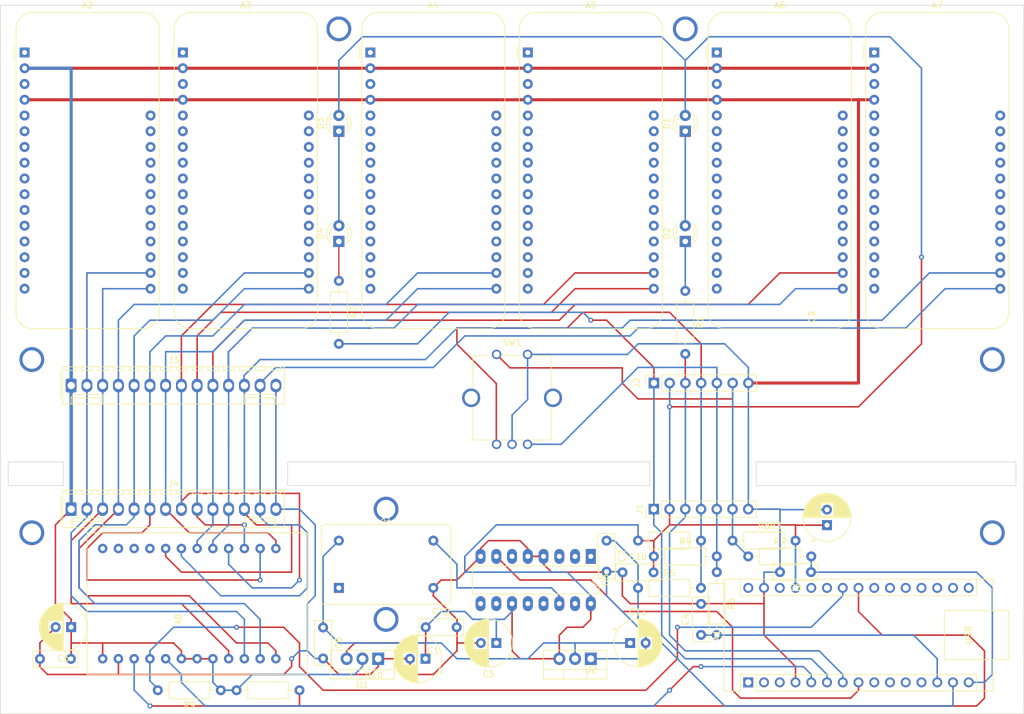
<source format=kicad_pcb>
(kicad_pcb (version 20211014) (generator pcbnew)
  (layers (0 "F.Cu" signal) (31 "B.Cu" signal) (34 "B.Paste" user) (35 "F.Paste" user) (36 "B.SilkS" user "B.Silkscreen") (37 "F.SilkS" user "F.Silkscreen") (38 "B.Mask" user) (39 "F.Mask" user) (44 "Edge.Cuts" user))
  (net 0 "")
  (net 4 "Net-(A1-Pad29)")
  (net 5 "Net-(A1-Pad5)")
  (net 6 "Net-(A1-Pad6)")
  (net 7 "Net-(A1-Pad7)")
  (net 8 "Net-(A1-Pad8)")
  (net 13 "Net-(A1-Pad13)")
  (net 14 "Net-(A1-Pad14)")
  (net 15 "Net-(A1-Pad15)")
  (net 23 "Net-(A1-Pad23)")
  (net 24 "Net-(A1-Pad24)")
  (net 27 "Net-(A1-Pad27)")
  (net 31 "Net-(A2-Pad2)")
  (net 45 "Net-(A2-Pad17)")
  (net 46 "Net-(A2-Pad18)")
  (net 177 "Net-(A3-Pad17)")
  (net 178 "Net-(D1-Pad1)")
  (net 179 "Net-(D2-Pad1)")
  (net 180 "Net-(D3-Pad1)")
  (net 181 "Net-(D4-Pad1)")
  (net 182 "Net-(A4-Pad17)")
  (net 183 "Net-(A4-Pad18)")
  (net 184 "Net-(A5-Pad17)")
  (net 193 "Net-(U3-Pad14)")
  (net 200 "Net-(A5-Pad18)")
  (net 201 "Net-(A6-Pad17)")
  (net 202 "Net-(A6-Pad18)")
  (net 203 "Net-(A7-Pad17)")
  (net 204 "Net-(A7-Pad18)")
  (net 205 "Net-(C11-Pad1)")
  (net 206 "Net-(J1-Pad4)")
  (net 207 "Net-(J1-Pad5)")
  (net 208 "Net-(J1-Pad6)")
  (net 209 "Net-(A8-Pad12)")
  (footprint "Capacitor_THT:C_Rect_L7.0mm_W2.5mm_P5.00mm" (layer "F.Cu") (at 142.24 129.5 90)
    (fp_text reference "C4")
    (fp_text value "100n")
  )
  (footprint "Resistor_THT:R_Axial_DIN0207_L6.3mm_D2.5mm_P10.16mm_Horizontal" (layer "F.Cu") (at 132.08 114.3)
    (fp_text reference "R3")
    (fp_text value "10k")
  )
  (footprint "Connector_Molex:Molex_KK-254_AE-6410-14A_1x14_P2.54mm_Vertical" (layer "F.Cu") (at 40.64 89.28)
    (fp_text reference "J3")
    (fp_text value "Conn_01x14_Female")
  )
  (footprint "Capacitor_THT:CP_Radial_D7.5mm_P2.50mm" (layer "F.Cu") (at 97.79 133.35 180)
    (fp_text reference "C1")
    (fp_text value "100u")
  )
  (footprint "Oscillator:Oscillator_DIP-14" (layer "F.Cu") (at 83.82 121.92)
    (fp_text reference "X1")
    (fp_text value "OCXO-14")
  )
  (footprint "Package_TO_SOT_THT:TO-220-3_Vertical" (layer "F.Cu") (at 90.17 133.35 180)
    (fp_text reference "U1")
    (fp_text value "LD1117V33C")
  )
  (footprint "Capacitor_THT:C_Rect_L7.0mm_W2.5mm_P5.00mm" (layer "F.Cu") (at 159.98 119.38 180)
    (fp_text reference "C3")
    (fp_text value "100n")
  )
  (footprint "Package_TO_SOT_THT:TO-220-3_Vertical" (layer "F.Cu") (at 124.46 133.35 180)
    (fp_text reference "U2")
    (fp_text value "LD1117V33C")
  )
  (footprint "LED_THT:LED_D3.0mm" (layer "F.Cu") (at 139.701808 48.26 90)
    (fp_text reference "D1")
    (fp_text value "LED")
  )
  (footprint "LED_THT:LED_D3.0mm" (layer "F.Cu") (at 139.7 66.04 90)
    (fp_text reference "D2")
    (fp_text value "LED")
  )
  (footprint "Package_DIP:DIP-16_W7.62mm_LongPads" (layer "F.Cu") (at 124.46 116.84 -90)
    (fp_text reference "U3")
    (fp_text value "74HC191")
  )
  (footprint "Connector_PinSocket_2.54mm:PinSocket_1x07_P2.54mm_Vertical" (layer "F.Cu") (at 134.64 88.875 90)
    (fp_text reference "J2")
    (fp_text value "Conn_01x07_Male")
  )
  (footprint "Resistor_THT:R_Axial_DIN0207_L6.3mm_D2.5mm_P10.16mm_Horizontal" (layer "F.Cu") (at 67.31 138.43)
    (fp_text reference "R10")
    (fp_text value "10k")
  )
  (footprint "Capacitor_THT:CP_Radial_D7.5mm_P2.50mm" (layer "F.Cu") (at 109.22 130.81 180)
    (fp_text reference "C5")
    (fp_text value "100u")
  )
  (footprint "Capacitor_THT:CP_Radial_D7.5mm_P2.50mm" (layer "F.Cu") (at 40.64 128.25 180)
    (fp_text reference "C6")
    (fp_text value "100u")
  )
  (footprint "LED_THT:LED_D3.0mm" (layer "F.Cu") (at 83.82 48.26 90)
    (fp_text reference "D3")
    (fp_text value "LED")
  )
  (footprint "Resistor_THT:R_Axial_DIN0207_L6.3mm_D2.5mm_P10.16mm_Horizontal" (layer "F.Cu") (at 64.77 138.43 180)
    (fp_text reference "R9")
    (fp_text value "10k")
  )
  (footprint "Resistor_THT:R_Axial_DIN0207_L6.3mm_D2.5mm_P10.16mm_Horizontal" (layer "F.Cu") (at 149.86 116.84)
    (fp_text reference "R7")
    (fp_text value "10k")
  )
  (footprint "Resistor_THT:R_Axial_DIN0207_L6.3mm_D2.5mm_P10.16mm_Horizontal" (layer "F.Cu") (at 147.32 114.3)
    (fp_text reference "R8")
    (fp_text value "10k")
  )
  (footprint "Rotary_Encoder:RotaryEncoder_Bourns_Vertical_PEC12R-3xxxF-Sxxxx" (layer "F.Cu") (at 109.26 98.76 90)
    (fp_text reference "SW1")
    (fp_text value "RotaryEncoder_Switch")
  )
  (footprint "Resistor_THT:R_Axial_DIN0207_L6.3mm_D2.5mm_P10.16mm_Horizontal" (layer "F.Cu") (at 139.7 74.015 -90)
    (fp_text reference "R1")
    (fp_text value "470R")
  )
  (footprint "Module:Adafruit_Feather" (layer "F.Cu") (at 144.78 35.56)
    (fp_text reference "A6")
    (fp_text value "Adafruit_Feather_Generic")
  )
  (footprint "Resistor_THT:R_Axial_DIN0207_L6.3mm_D2.5mm_P10.16mm_Horizontal" (layer "F.Cu") (at 144.78 119.38 -90)
    (fp_text reference "R6")
    (fp_text value "10k")
  )
  (footprint "Module:Adafruit_Feather" (layer "F.Cu") (at 170.18 35.56)
    (fp_text reference "A7")
    (fp_text value "Adafruit_Feather_Generic")
  )
  (footprint "Resistor_THT:R_Axial_DIN0207_L6.3mm_D2.5mm_P10.16mm_Horizontal" (layer "F.Cu") (at 83.82 72.39 -90)
    (fp_text reference "R2")
    (fp_text value "470R")
  )
  (footprint "Module:Arduino_Nano" (layer "F.Cu") (at 149.86 137.16 90)
    (fp_text reference "A1")
    (fp_text value "Arduino_Nano_v2.x")
  )
  (footprint "Module:Adafruit_Feather" (layer "F.Cu") (at 114.3 35.56)
    (fp_text reference "A5")
    (fp_text value "Adafruit_Feather_Generic")
  )
  (footprint "Capacitor_THT:C_Rect_L7.0mm_W2.5mm_P5.00mm" (layer "F.Cu") (at 35.6 133.37)
    (fp_text reference "C7")
    (fp_text value "100n")
  )
  (footprint "Capacitor_THT:C_Rect_L7.0mm_W2.5mm_P5.00mm" (layer "F.Cu") (at 129.58 119.42)
    (fp_text reference "C10")
    (fp_text value "100n")
  )
  (footprint "Connector_Molex:Molex_KK-254_AE-6410-14A_1x14_P2.54mm_Vertical" (layer "F.Cu") (at 40.64 109.22)
    (fp_text reference "J4")
    (fp_text value "Conn_01x14_Male")
  )
  (footprint "Resistor_THT:R_Axial_DIN0207_L6.3mm_D2.5mm_P10.16mm_Horizontal" (layer "F.Cu") (at 134.62 116.84)
    (fp_text reference "R4")
    (fp_text value "10k")
  )
  (footprint "Module:Adafruit_Feather" (layer "F.Cu") (at 33.1275 35.56)
    (fp_text reference "A2")
    (fp_text value "Adafruit_Feather_Generic")
  )
  (footprint "Connector_PinHeader_2.54mm:PinHeader_1x07_P2.54mm_Vertical" (layer "F.Cu") (at 134.62 109.22 90)
    (fp_text reference "J1")
    (fp_text value "Conn_01x07_Female")
  )
  (footprint "Capacitor_THT:C_Rect_L7.0mm_W2.5mm_P5.00mm" (layer "F.Cu") (at 127 114.3 -90)
    (fp_text reference "C2")
    (fp_text value "100n")
  )
  (footprint "LED_THT:LED_D3.0mm" (layer "F.Cu") (at 83.82 66.04 90)
    (fp_text reference "D4")
    (fp_text value "LED")
  )
  (footprint "Module:Adafruit_Feather" (layer "F.Cu") (at 88.9 35.56)
    (fp_text reference "A4")
    (fp_text value "Adafruit_Feather_Generic")
  )
  (footprint "OCXO_Clock:9548_Module" (layer "F.Cu") (at 58.42 123.19 90)
    (fp_text reference "A8")
    (fp_text value "9548_Module")
  )
  (footprint "Resistor_THT:R_Axial_DIN0207_L6.3mm_D2.5mm_P10.16mm_Horizontal" (layer "F.Cu") (at 132.08 121.92)
    (fp_text reference "R5")
    (fp_text value "10k")
  )
  (footprint "Capacitor_THT:C_Rect_L7.0mm_W2.5mm_P5.00mm" (layer "F.Cu") (at 97.83 128.27)
    (fp_text reference "C12")
    (fp_text value "100n")
  )
  (footprint "Capacitor_THT:CP_Radial_D7.5mm_P2.50mm" (layer "F.Cu") (at 130.81 130.81)
    (fp_text reference "C11")
    (fp_text value "100u")
  )
  (footprint "Module:Adafruit_Feather" (layer "F.Cu") (at 58.6545 35.56)
    (fp_text reference "A3")
    (fp_text value "Adafruit_Feather_Generic")
  )
  (footprint "Capacitor_THT:CP_Radial_D7.5mm_P2.50mm" (layer "F.Cu") (at 162.56 111.8 90)
    (fp_text reference "C9")
    (fp_text value "100u")
  )
  (footprint "Capacitor_THT:C_Rect_L7.0mm_W2.5mm_P5.00mm" (layer "F.Cu") (at 81.28 128.31 -90)
    (fp_text reference "C8")
    (fp_text value "100n")
  )
  (gr_line (start 83.82 72.39) (end 83.82 66.04) (layer "F.Cu") (width 0.2))
  (gr_rect (start 75.565 101.6) (end 133.985 105.41) (layer "Edge.Cuts") (width 0.1) (fill none))
  (gr_rect (start 29.21 27.94) (end 194.31 142.24) (layer "Edge.Cuts") (width 0.1) (fill none))
  (gr_rect (start 151.13 101.6) (end 193.04 105.41) (layer "Edge.Cuts") (width 0.1) (fill none))
  (gr_rect (start 30.48 101.6) (end 39.37 105.41) (layer "Edge.Cuts") (width 0.1) (fill none))
  (via (at 34.29 85.09) (size 4) (drill 3) (layers "F.Cu" "B.Cu") (net 0))
  (via (at 83.82 31.75) (size 4) (drill 3) (layers "F.Cu" "B.Cu") (net 0))
  (via (at 91.44 127) (size 4) (drill 3) (layers "F.Cu" "B.Cu") (net 0))
  (via (at 139.7 31.75) (size 4) (drill 3) (layers "F.Cu" "B.Cu") (net 0))
  (via (at 34.29 113.03) (size 4) (drill 3) (layers "F.Cu" "B.Cu") (net 0))
  (via (at 91.44 109.22) (size 4) (drill 3) (layers "F.Cu" "B.Cu") (net 0))
  (via (at 189.23 85.09) (size 4) (drill 3) (layers "F.Cu" "B.Cu") (net 0))
  (via (at 189.23 113.03) (size 4) (drill 3) (layers "F.Cu" "B.Cu") (net 0))
  (segment (start 167.615 88.875) (end 167.64 88.9) (width 0.25) (layer "F.Cu") (net 4))
  (segment (start 73.65 135.89) (end 74.93 135.89) (width 0.25) (layer "F.Cu") (net 4))
  (segment (start 152.4 129.54) (end 157.48 134.62) (width 0.25) (layer "F.Cu") (net 4))
  (segment (start 88.9 135.89) (end 90.17 134.62) (width 0.25) (layer "F.Cu") (net 4))
  (segment (start 35.6 134.58) (end 35.56 134.62) (width 0.25) (layer "F.Cu") (net 4))
  (segment (start 99.06 135.89) (end 96.52 135.89) (width 0.25) (layer "F.Cu") (net 4))
  (segment (start 83.82 135.89) (end 88.9 135.89) (width 0.25) (layer "F.Cu") (net 4))
  (segment (start 116.84 118.11) (end 116.84 116.84) (width 0.25) (layer "F.Cu") (net 4))
  (segment (start 167.64 43.18) (end 170.18 43.18) (width 0.5) (layer "F.Cu") (net 4))
  (segment (start 114.3 43.18) (end 144.78 43.18) (width 0.5) (layer "F.Cu") (net 4))
  (segment (start 76.2 134.62) (end 76.2 133.35) (width 0.25) (layer "F.Cu") (net 4))
  (segment (start 126.92 119.38) (end 118.11 119.38) (width 0.25) (layer "F.Cu") (net 4))
  (segment (start 127 119.3) (end 129.46 119.3) (width 0.25) (layer "F.Cu") (net 4))
  (segment (start 102.89 127.02) (end 99.06 123.19) (width 0.25) (layer "F.Cu") (net 4))
  (segment (start 35.6 130.79) (end 35.6 134.58) (width 0.25) (layer "F.Cu") (net 4))
  (segment (start 58.42 43.18) (end 88.9 43.18) (width 0.5) (layer "F.Cu") (net 4))
  (segment (start 102.87 120.65) (end 106.68 116.84) (width 0.25) (layer "F.Cu") (net 4))
  (segment (start 129.54 123.19) (end 130.81 124.46) (width 0.25) (layer "F.Cu") (net 4))
  (segment (start 106.68 116.84) (end 106.68 115.57) (width 0.25) (layer "F.Cu") (net 4))
  (segment (start 149.88 88.875) (end 167.615 88.875) (width 0.5) (layer "F.Cu") (net 4))
  (segment (start 38.14 128.25) (end 35.6 130.79) (width 0.25) (layer "F.Cu") (net 4))
  (segment (start 95.29 133.35) (end 90.17 133.35) (width 0.25) (layer "F.Cu") (net 4))
  (segment (start 99.02 123.23) (end 99.06 123.19) (width 0.25) (layer "F.Cu") (net 4))
  (segment (start 100.33 120.65) (end 102.87 120.65) (width 0.25) (layer "F.Cu") (net 4))
  (segment (start 118.11 119.38) (end 116.84 118.11) (width 0.25) (layer "F.Cu") (net 4))
  (segment (start 116.84 116.84) (end 114.3 116.84) (width 0.25) (layer "F.Cu") (net 4))
  (segment (start 106.72 130.81) (end 102.911 130.81) (width 0.25) (layer "F.Cu") (net 4))
  (segment (start 99.06 121.92) (end 100.33 120.65) (width 0.25) (layer "F.Cu") (net 4))
  (segment (start 129.54 119.38) (end 129.54 123.19) (width 0.25) (layer "F.Cu") (net 4))
  (segment (start 102.87 130.81) (end 102.89 130.79) (width 0.25) (layer "F.Cu") (net 4))
  (segment (start 130.81 124.46) (end 152.4 124.46) (width 0.25) (layer "F.Cu") (net 4))
  (segment (start 102.87 130.81) (end 102.87 132.08) (width 0.25) (layer "F.Cu") (net 4))
  (segment (start 102.89 130.79) (end 102.89 127.02) (width 0.25) (layer "F.Cu") (net 4))
  (segment (start 152.4 121.92) (end 152.4 129.54) (width 0.25) (layer "F.Cu") (net 4))
  (segment (start 102.87 130.851) (end 102.87 130.81) (width 0.25) (layer "F.Cu") (net 4))
  (segment (start 114.3 116.84) (end 114.3 115.57) (width 0.25) (layer "F.Cu") (net 4))
  (segment (start 106.68 115.57) (end 107.95 114.3) (width 0.25) (layer "F.Cu") (net 4))
  (segment (start 48.26 135.89) (end 48.26 133.35) (width 0.25) (layer "F.Cu") (net 4))
  (segment (start 74.93 135.89) (end 76.2 134.62) (width 0.25) (layer "F.Cu") (net 4))
  (segment (start 36.83 135.89) (end 48.26 135.89) (width 0.25) (layer "F.Cu") (net 4))
  (segment (start 90.17 134.62) (end 90.17 133.35) (width 0.25) (layer "F.Cu") (net 4))
  (segment (start 73.65 135.89) (end 73.66 135.88) (width 0.25) (layer "F.Cu") (net 4))
  (segment (start 82.55 134.62) (end 83.82 135.89) (width 0.25) (layer "F.Cu") (net 4))
  (segment (start 38.1 128.21) (end 38.14 128.25) (width 0.25) (layer "F.Cu") (net 4))
  (segment (start 167.615 88.875) (end 167.64 88.85) (width 0.25) (layer "F.Cu") (net 4))
  (segment (start 73.65 135.89) (end 48.26 135.89) (width 0.25) (layer "F.Cu") (net 4))
  (segment (start 129.46 119.3) (end 129.54 119.38) (width 0.25) (layer "F.Cu") (net 4))
  (segment (start 167.64 88.85) (end 167.64 43.18) (width 0.5) (layer "F.Cu") (net 4))
  (segment (start 33.02 43.18) (end 58.42 43.18) (width 0.5) (layer "F.Cu") (net 4))
  (segment (start 127 119.3) (end 126.92 119.38) (width 0.25) (layer "F.Cu") (net 4))
  (segment (start 114.3 115.57) (end 113.03 114.3) (width 0.25) (layer "F.Cu") (net 4))
  (segment (start 96.52 135.89) (end 95.29 134.66) (width 0.25) (layer "F.Cu") (net 4))
  (segment (start 95.29 134.66) (end 95.29 133.35) (width 0.25) (layer "F.Cu") (net 4))
  (segment (start 99.06 123.19) (end 99.06 121.92) (width 0.25) (layer "F.Cu") (net 4))
  (segment (start 81.28 133.27) (end 82.55 134.54) (width 0.25) (layer "F.Cu") (net 4))
  (segment (start 102.911 130.81) (end 102.87 130.851) (width 0.25) (layer "F.Cu") (net 4))
  (segment (start 144.78 43.18) (end 167.64 43.18) (width 0.5) (layer "F.Cu") (net 4))
  (segment (start 107.95 114.3) (end 113.03 114.3) (width 0.25) (layer "F.Cu") (net 4))
  (segment (start 81.28 133.43) (end 81.36 133.35) (width 0.25) (layer "F.Cu") (net 4))
  (segment (start 102.87 132.08) (end 99.06 135.89) (width 0.25) (layer "F.Cu") (net 4))
  (segment (start 82.55 134.54) (end 82.55 134.62) (width 0.25) (layer "F.Cu") (net 4))
  (segment (start 35.56 134.62) (end 36.83 135.89) (width 0.25) (layer "F.Cu") (net 4))
  (segment (start 88.9 43.18) (end 114.3 43.18) (width 0.5) (layer "F.Cu") (net 4))
  (segment (start 157.48 134.62) (end 157.48 137.16) (width 0.25) (layer "F.Cu") (net 4))
  (via (at 76.2 133.35) (size 0.8) (drill 0.4) (layers "F.Cu" "B.Cu") (net 4))
  (segment (start 77.47 132.08) (end 78.74 132.08) (width 0.25) (layer "B.Cu") (net 4))
  (segment (start 152.4 119.38) (end 152.4 121.92) (width 0.25) (layer "B.Cu") (net 4))
  (segment (start 152.4 119.38) (end 154.98 119.38) (width 0.25) (layer "B.Cu") (net 4))
  (segment (start 114.3 91.51) (end 111.76 94.05) (width 0.25) (layer "B.Cu") (net 4))
  (segment (start 154.98 109.22) (end 155.06 109.3) (width 0.25) (layer "B.Cu") (net 4))
  (segment (start 149.88 86.38) (end 149.88 88.875) (width 0.25) (layer "B.Cu") (net 4))
  (segment (start 155.06 109.3) (end 162.56 109.3) (width 0.25) (layer "B.Cu") (net 4))
  (segment (start 132.08 82.55) (end 146.05 82.55) (width 0.25) (layer "B.Cu") (net 4))
  (segment (start 78.74 132.08) (end 78.74 124.46) (width 0.25) (layer "B.Cu") (net 4))
  (segment (start 114.26 84.26) (end 114.26 91.47) (width 0.25) (layer "B.Cu") (net 4))
  (segment (start 133.35 130.77) (end 133.31 130.81) (width 0.25) (layer "B.Cu") (net 4))
  (segment (start 149.88 109.2) (end 149.86 109.22) (width 0.25) (layer "B.Cu") (net 4))
  (segment (start 81.28 133.31) (end 81.24 133.35) (width 0.25) (layer "B.Cu") (net 4))
  (segment (start 114.26 91.47) (end 114.3 91.51) (width 0.25) (layer "B.Cu") (net 4))
  (segment (start 81.28 133.31) (end 79.97 133.31) (width 0.25) (layer "B.Cu") (net 4))
  (segment (start 133.35 129.54) (end 133.35 130.77) (width 0.25) (layer "B.Cu") (net 4))
  (segment (start 73.66 89.28) (end 73.66 109.22) (width 0.25) (layer "B.Cu") (net 4))
  (segment (start 132.08 133.35) (end 133.31 132.12) (width 0.25) (layer "B.Cu") (net 4))
  (segment (start 76.2 133.35) (end 77.47 132.08) (width 0.25) (layer "B.Cu") (net 4))
  (segment (start 80.01 123.19) (end 80.01 111.76) (width 0.25) (layer "B.Cu") (net 4))
  (segment (start 79.97 133.31) (end 78.74 132.08) (width 0.25) (layer "B.Cu") (net 4))
  (segment (start 133.31 132.12) (end 133.31 130.81) (width 0.25) (layer "B.Cu") (net 4))
  (segment (start 130.37 84.26) (end 132.08 82.55) (width 0.25) (layer "B.Cu") (net 4))
  (segment (start 78.74 124.46) (end 80.01 123.19) (width 0.25) (layer "B.Cu") (net 4))
  (segment (start 154.98 109.22) (end 149.86 109.22) (width 0.25) (layer "B.Cu") (net 4))
  (segment (start 127 119.3) (end 129.46 119.3) (width 0.25) (layer "B.Cu") (net 4))
  (segment (start 154.98 119.38) (end 154.98 109.22) (width 0.25) (layer "B.Cu") (net 4))
  (segment (start 146.05 82.55) (end 149.88 86.38) (width 0.25) (layer "B.Cu") (net 4))
  (segment (start 127 123.19) (end 133.35 129.54) (width 0.25) (layer "B.Cu") (net 4))
  (segment (start 114.26 84.26) (end 130.37 84.26) (width 0.25) (layer "B.Cu") (net 4))
  (segment (start 129.46 119.3) (end 129.58 119.42) (width 0.25) (layer "B.Cu") (net 4))
  (segment (start 81.28 133.43) (end 81.36 133.35) (width 0.25) (layer "B.Cu") (net 4))
  (segment (start 77.47 109.22) (end 73.66 109.22) (width 0.25) (layer "B.Cu") (net 4))
  (segment (start 149.88 88.875) (end 149.88 109.2) (width 0.25) (layer "B.Cu") (net 4))
  (segment (start 127 119.3) (end 127 123.19) (width 0.25) (layer "B.Cu") (net 4))
  (segment (start 80.01 111.76) (end 77.47 109.22) (width 0.25) (layer "B.Cu") (net 4))
  (segment (start 111.76 94.05) (end 111.76 98.76) (width 0.25) (layer "B.Cu") (net 4))
  (segment (start 124.46 133.35) (end 132.08 133.35) (width 0.25) (layer "B.Cu") (net 4))
  (segment (start 137.16 138.43) (end 140.97 134.62) (width 0.25) (layer "F.Cu") (net 5))
  (segment (start 140.97 134.62) (end 142.24 134.62) (width 0.25) (layer "F.Cu") (net 5))
  (via (at 137.16 138.43) (size 0.8) (drill 0.4) (layers "F.Cu" "B.Cu") (net 5))
  (via (at 142.24 134.62) (size 0.8) (drill 0.4) (layers "F.Cu" "B.Cu") (net 5))
  (segment (start 58.42 135.89) (end 55.88 133.35) (width 0.25) (layer "B.Cu") (net 5))
  (segment (start 160.02 135.89) (end 160.02 137.16) (width 0.25) (layer "B.Cu") (net 5))
  (segment (start 158.75 134.62) (end 160.02 135.89) (width 0.25) (layer "B.Cu") (net 5))
  (segment (start 134.62 140.97) (end 62.23 140.97) (width 0.25) (layer "B.Cu") (net 5))
  (segment (start 58.42 137.16) (end 58.42 135.89) (width 0.25) (layer "B.Cu") (net 5))
  (segment (start 62.23 140.97) (end 58.42 137.16) (width 0.25) (layer "B.Cu") (net 5))
  (segment (start 137.16 138.43) (end 134.62 140.97) (width 0.25) (layer "B.Cu") (net 5))
  (segment (start 142.24 134.62) (end 158.75 134.62) (width 0.25) (layer "B.Cu") (net 5))
  (segment (start 127 78.74) (end 134.64 86.38) (width 0.25) (layer "F.Cu") (net 6))
  (segment (start 134.64 86.38) (end 134.64 88.875) (width 0.25) (layer "F.Cu") (net 6))
  (segment (start 124.46 78.74) (end 127 78.74) (width 0.25) (layer "F.Cu") (net 6))
  (via (at 124.46 78.74) (size 0.8) (drill 0.4) (layers "F.Cu" "B.Cu") (net 6))
  (segment (start 101.6 77.47) (end 96.52 82.55) (width 0.25) (layer "B.Cu") (net 6))
  (segment (start 134.62 111.76) (end 134.62 109.22) (width 0.25) (layer "B.Cu") (net 6))
  (segment (start 160.02 133.35) (end 139.7 133.35) (width 0.25) (layer "B.Cu") (net 6))
  (segment (start 96.52 82.55) (end 83.82 82.55) (width 0.25) (layer "B.Cu") (net 6))
  (segment (start 162.56 137.16) (end 162.56 135.89) (width 0.25) (layer "B.Cu") (net 6))
  (segment (start 135.89 113.03) (end 134.62 111.76) (width 0.25) (layer "B.Cu") (net 6))
  (segment (start 123.19 77.47) (end 101.6 77.47) (width 0.25) (layer "B.Cu") (net 6))
  (segment (start 139.7 133.35) (end 135.89 129.54) (width 0.25) (layer "B.Cu") (net 6))
  (segment (start 162.56 135.89) (end 160.02 133.35) (width 0.25) (layer "B.Cu") (net 6))
  (segment (start 134.64 109.2) (end 134.62 109.22) (width 0.25) (layer "B.Cu") (net 6))
  (segment (start 135.89 129.54) (end 135.89 113.03) (width 0.25) (layer "B.Cu") (net 6))
  (segment (start 134.64 88.875) (end 134.64 109.2) (width 0.25) (layer "B.Cu") (net 6))
  (segment (start 124.46 78.74) (end 123.19 77.47) (width 0.25) (layer "B.Cu") (net 6))
  (segment (start 139.7 88.855) (end 139.72 88.875) (width 0.25) (layer "F.Cu") (net 7))
  (segment (start 139.7 84.175) (end 139.7 88.855) (width 0.25) (layer "F.Cu") (net 7))
  (segment (start 137.16 113.03) (end 137.16 129.54) (width 0.25) (layer "B.Cu") (net 7))
  (segment (start 139.7 109.22) (end 139.7 110.49) (width 0.25) (layer "B.Cu") (net 7))
  (segment (start 139.72 88.875) (end 139.72 109.2) (width 0.25) (layer "B.Cu") (net 7))
  (segment (start 139.7 110.49) (end 137.16 113.03) (width 0.25) (layer "B.Cu") (net 7))
  (segment (start 137.16 129.54) (end 139.7 132.08) (width 0.25) (layer "B.Cu") (net 7))
  (segment (start 165.1 135.89) (end 165.1 137.16) (width 0.25) (layer "B.Cu") (net 7))
  (segment (start 139.7 132.08) (end 161.29 132.08) (width 0.25) (layer "B.Cu") (net 7))
  (segment (start 161.29 132.08) (end 165.1 135.89) (width 0.25) (layer "B.Cu") (net 7))
  (segment (start 139.72 109.2) (end 139.7 109.22) (width 0.25) (layer "B.Cu") (net 7))
  (segment (start 167.64 137.16) (end 167.64 138.44) (width 0.25) (layer "F.Cu") (net 8))
  (segment (start 124.46 120.65) (end 113.03 120.65) (width 0.25) (layer "F.Cu") (net 8))
  (segment (start 167.64 138.44) (end 166.38 139.7) (width 0.25) (layer "F.Cu") (net 8))
  (segment (start 113.03 120.65) (end 109.22 116.84) (width 0.25) (layer "F.Cu") (net 8))
  (segment (start 144.78 125.73) (end 129.54 125.73) (width 0.25) (layer "F.Cu") (net 8))
  (segment (start 148.59 139.7) (end 147.32 138.43) (width 0.25) (layer "F.Cu") (net 8))
  (segment (start 166.38 139.7) (end 148.59 139.7) (width 0.25) (layer "F.Cu") (net 8))
  (segment (start 147.32 128.27) (end 144.78 125.73) (width 0.25) (layer "F.Cu") (net 8))
  (segment (start 129.54 125.73) (end 124.46 120.65) (width 0.25) (layer "F.Cu") (net 8))
  (segment (start 147.32 138.43) (end 147.32 128.27) (width 0.25) (layer "F.Cu") (net 8))
  (segment (start 144.78 129.54) (end 176.53 129.54) (width 0.25) (layer "B.Cu") (net 13))
  (segment (start 180.34 133.35) (end 180.34 137.16) (width 0.25) (layer "B.Cu") (net 13))
  (segment (start 176.53 129.54) (end 180.34 133.35) (width 0.25) (layer "B.Cu") (net 13))
  (segment (start 142.28 129.54) (end 142.24 129.5) (width 0.25) (layer "B.Cu") (net 13))
  (segment (start 144.78 129.54) (end 142.28 129.54) (width 0.25) (layer "B.Cu") (net 13))
  (segment (start 180.3 137.2) (end 180.34 137.16) (width 0.25) (layer "B.Cu") (net 13))
  (segment (start 132.08 121.92) (end 132.08 127) (width 0.25) (layer "B.Cu") (net 14))
  (segment (start 132.08 121.92) (end 132.08 118.11) (width 0.25) (layer "B.Cu") (net 14))
  (segment (start 132.08 127) (end 146.05 140.97) (width 0.25) (layer "B.Cu") (net 14))
  (segment (start 128.27 114.3) (end 132.08 118.11) (width 0.25) (layer "B.Cu") (net 14))
  (segment (start 182.88 140.97) (end 182.88 137.16) (width 0.25) (layer "B.Cu") (net 14))
  (segment (start 146.05 140.97) (end 182.88 140.97) (width 0.25) (layer "B.Cu") (net 14))
  (segment (start 127 114.3) (end 128.27 114.3) (width 0.25) (layer "B.Cu") (net 14))
  (segment (start 186.69 119.38) (end 189.23 121.92) (width 0.25) (layer "B.Cu") (net 15))
  (segment (start 189.23 121.92) (end 189.23 135.89) (width 0.25) (layer "B.Cu") (net 15))
  (segment (start 159.98 119.38) (end 186.69 119.38) (width 0.25) (layer "B.Cu") (net 15))
  (segment (start 187.96 137.16) (end 185.42 137.16) (width 0.25) (layer "B.Cu") (net 15))
  (segment (start 189.23 135.89) (end 187.96 137.16) (width 0.25) (layer "B.Cu") (net 15))
  (segment (start 160.02 119.34) (end 159.98 119.38) (width 0.25) (layer "B.Cu") (net 15))
  (segment (start 160.02 116.84) (end 160.02 119.34) (width 0.25) (layer "B.Cu") (net 15))
  (segment (start 186.69 140.97) (end 187.96 139.7) (width 0.25) (layer "F.Cu") (net 23))
  (segment (start 187.96 139.7) (end 187.96 132.08) (width 0.25) (layer "F.Cu") (net 23))
  (segment (start 77.47 138.43) (end 77.47 140.97) (width 0.25) (layer "F.Cu") (net 23))
  (segment (start 187.96 132.08) (end 185.42 129.54) (width 0.25) (layer "F.Cu") (net 23))
  (segment (start 167.64 125.73) (end 167.64 121.92) (width 0.25) (layer "F.Cu") (net 23))
  (segment (start 171.45 129.54) (end 167.64 125.73) (width 0.25) (layer "F.Cu") (net 23))
  (segment (start 53.36 140.97) (end 186.69 140.97) (width 0.25) (layer "F.Cu") (net 23))
  (segment (start 53.35 140.96) (end 53.36 140.97) (width 0.25) (layer "F.Cu") (net 23))
  (segment (start 185.42 129.54) (end 171.45 129.54) (width 0.25) (layer "F.Cu") (net 23))
  (via (at 53.35 140.96) (size 0.8) (drill 0.4) (layers "F.Cu" "B.Cu") (net 23))
  (via (at 53.35 140.96) (size 0.8) (drill 0.4) (layers "F.Cu" "B.Cu") (net 23))
  (segment (start 53.35 140.96) (end 50.8 138.41) (width 0.25) (layer "B.Cu") (net 23))
  (segment (start 50.8 138.43) (end 50.8 133.35) (width 0.25) (layer "B.Cu") (net 23))
  (segment (start 77.47 130.81) (end 77.47 134.62) (width 0.25) (layer "F.Cu") (net 24))
  (segment (start 138.43 133.35) (end 138.43 128.27) (width 0.25) (layer "F.Cu") (net 24))
  (segment (start 81.28 138.43) (end 133.35 138.43) (width 0.25) (layer "F.Cu") (net 24))
  (segment (start 133.35 138.43) (end 138.43 133.35) (width 0.25) (layer "F.Cu") (net 24))
  (segment (start 74.93 128.27) (end 77.47 130.81) (width 0.25) (layer "F.Cu") (net 24))
  (segment (start 77.47 134.62) (end 81.28 138.43) (width 0.25) (layer "F.Cu") (net 24))
  (segment (start 67.31 128.27) (end 74.93 128.27) (width 0.25) (layer "F.Cu") (net 24))
  (via (at 67.31 128.27) (size 0.8) (drill 0.4) (layers "F.Cu" "B.Cu") (net 24))
  (via (at 138.43 128.27) (size 0.8) (drill 0.4) (layers "F.Cu" "B.Cu") (net 24))
  (segment (start 138.43 128.27) (end 160.02 128.27) (width 0.25) (layer "B.Cu") (net 24))
  (segment (start 53.34 136.93) (end 53.34 133.35) (width 0.25) (layer "B.Cu") (net 24))
  (segment (start 57.15 128.27) (end 53.34 132.08) (width 0.25) (layer "B.Cu") (net 24))
  (segment (start 53.34 132.08) (end 53.34 133.35) (width 0.25) (layer "B.Cu") (net 24))
  (segment (start 54.61 138.2) (end 53.34 136.93) (width 0.25) (layer "B.Cu") (net 24))
  (segment (start 160.02 128.27) (end 165.1 123.19) (width 0.25) (layer "B.Cu") (net 24))
  (segment (start 67.31 128.27) (end 57.15 128.27) (width 0.25) (layer "B.Cu") (net 24))
  (segment (start 165.1 123.19) (end 165.1 121.92) (width 0.25) (layer "B.Cu") (net 24))
  (segment (start 119.38 133.35) (end 113.03 133.35) (width 0.25) (layer "F.Cu") (net 27))
  (segment (start 124.46 124.46) (end 124.46 127) (width 0.25) (layer "F.Cu") (net 27))
  (segment (start 134.62 116.84) (end 134.62 114.3) (width 0.25) (layer "F.Cu") (net 27))
  (segment (start 120.65 128.27) (end 119.38 129.54) (width 0.25) (layer "F.Cu") (net 27))
  (segment (start 177.8 82.55) (end 167.64 92.71) (width 0.25) (layer "F.Cu") (net 27))
  (segment (start 119.38 129.54) (end 119.38 133.35) (width 0.25) (layer "F.Cu") (net 27))
  (segment (start 167.64 92.71) (end 137.16 92.71) (width 0.25) (layer "F.Cu") (net 27))
  (segment (start 111.76 132.08) (end 111.76 124.46) (width 0.25) (layer "F.Cu") (net 27))
  (segment (start 113.03 133.35) (end 111.76 132.08) (width 0.25) (layer "F.Cu") (net 27))
  (segment (start 157.48 111.76) (end 157.52 111.8) (width 0.25) (layer "F.Cu") (net 27))
  (segment (start 157.52 111.8) (end 162.56 111.8) (width 0.25) (layer "F.Cu") (net 27))
  (segment (start 134.58 119.42) (end 134.58 116.88) (width 0.25) (layer "F.Cu") (net 27))
  (segment (start 157.48 111.76) (end 137.16 111.76) (width 0.25) (layer "F.Cu") (net 27))
  (segment (start 124.46 127) (end 123.19 128.27) (width 0.25) (layer "F.Cu") (net 27))
  (segment (start 86.36 130.81) (end 85.09 132.08) (width 0.25) (layer "F.Cu") (net 27))
  (segment (start 97.79 130.81) (end 97.83 130.77) (width 0.25) (layer "F.Cu") (net 27))
  (segment (start 97.83 130.77) (end 97.83 128.27) (width 0.25) (layer "F.Cu") (net 27))
  (segment (start 157.48 114.3) (end 157.48 111.76) (width 0.25) (layer "F.Cu") (net 27))
  (segment (start 97.79 133.35) (end 97.79 130.81) (width 0.25) (layer "F.Cu") (net 27))
  (segment (start 134.58 116.88) (end 134.62 116.84) (width 0.25) (layer "F.Cu") (net 27))
  (segment (start 132.08 114.3) (end 134.62 114.3) (width 0.25) (layer "F.Cu") (net 27))
  (segment (start 137.16 111.76) (end 137.16 109.22) (width 0.25) (layer "F.Cu") (net 27))
  (segment (start 97.79 130.81) (end 86.36 130.81) (width 0.25) (layer "F.Cu") (net 27))
  (segment (start 177.8 68.58) (end 177.8 82.55) (width 0.25) (layer "F.Cu") (net 27))
  (segment (start 123.19 128.27) (end 120.65 128.27) (width 0.25) (layer "F.Cu") (net 27))
  (segment (start 134.62 114.3) (end 137.16 111.76) (width 0.25) (layer "F.Cu") (net 27))
  (segment (start 85.09 132.08) (end 85.09 133.35) (width 0.25) (layer "F.Cu") (net 27))
  (via (at 177.8 68.58) (size 0.8) (drill 0.4) (layers "F.Cu" "B.Cu") (net 27))
  (via (at 137.16 92.71) (size 0.8) (drill 0.4) (layers "F.Cu" "B.Cu") (net 27))
  (segment (start 139.701808 36.831808) (end 139.7 36.83) (width 0.25) (layer "B.Cu") (net 27))
  (segment (start 109.22 111.76) (end 132.08 111.76) (width 0.25) (layer "B.Cu") (net 27))
  (segment (start 87.63 33.02) (end 135.89 33.02) (width 0.25) (layer "B.Cu") (net 27))
  (segment (start 132.08 111.76) (end 132.08 114.3) (width 0.25) (layer "B.Cu") (net 27))
  (segment (start 83.82 36.83) (end 87.63 33.02) (width 0.25) (layer "B.Cu") (net 27))
  (segment (start 143.51 33.02) (end 172.72 33.02) (width 0.25) (layer "B.Cu") (net 27))
  (segment (start 104.14 116.84) (end 109.22 111.76) (width 0.25) (layer "B.Cu") (net 27))
  (segment (start 97.89 128.331) (end 97.89 128.17) (width 0.25) (layer "B.Cu") (net 27))
  (segment (start 137.18 88.875) (end 137.18 109.2) (width 0.25) (layer "B.Cu") (net 27))
  (segment (start 83.82 45.72) (end 83.82 36.83) (width 0.25) (layer "B.Cu") (net 27))
  (segment (start 111.76 125.73) (end 111.76 124.46) (width 0.25) (layer "B.Cu") (net 27))
  (segment (start 137.18 109.2) (end 137.16 109.22) (width 0.25) (layer "B.Cu") (net 27))
  (segment (start 109.22 130.81) (end 109.22 127) (width 0.25) (layer "B.Cu") (net 27))
  (segment (start 139.7 36.83) (end 143.51 33.02) (width 0.25) (layer "B.Cu") (net 27))
  (segment (start 139.701808 45.72) (end 139.701808 36.831808) (width 0.25) (layer "B.Cu") (net 27))
  (segment (start 135.89 33.02) (end 139.7 36.83) (width 0.25) (layer "B.Cu") (net 27))
  (segment (start 172.72 33.02) (end 177.8 38.1) (width 0.25) (layer "B.Cu") (net 27))
  (segment (start 177.8 38.1) (end 177.8 68.58) (width 0.25) (layer "B.Cu") (net 27))
  (segment (start 104.14 119.38) (end 104.14 116.84) (width 0.25) (layer "B.Cu") (net 27))
  (segment (start 120.65 119.38) (end 104.14 119.38) (width 0.25) (layer "B.Cu") (net 27))
  (segment (start 157.48 115.57) (end 157.48 121.92) (width 0.25) (layer "B.Cu") (net 27))
  (segment (start 157.48 114.3) (end 157.48 121.92) (width 0.25) (layer "B.Cu") (net 27))
  (segment (start 104.14 125.73) (end 105.41 127) (width 0.25) (layer "B.Cu") (net 27))
  (segment (start 105.41 127) (end 110.49 127) (width 0.25) (layer "B.Cu") (net 27))
  (segment (start 124.46 123.19) (end 120.65 119.38) (width 0.25) (layer "B.Cu") (net 27))
  (segment (start 110.49 127) (end 111.76 125.73) (width 0.25) (layer "B.Cu") (net 27))
  (segment (start 124.46 124.46) (end 124.46 123.19) (width 0.25) (layer "B.Cu") (net 27))
  (segment (start 97.89 128.17) (end 100.33 125.73) (width 0.25) (layer "B.Cu") (net 27))
  (segment (start 100.33 125.73) (end 104.14 125.73) (width 0.25) (layer "B.Cu") (net 27))
  (segment (start 40.64 128.25) (end 40.64 130.81) (width 0.25) (layer "F.Cu") (net 31))
  (segment (start 40.64 130.81) (end 40.64 133.33) (width 0.25) (layer "F.Cu") (net 31))
  (segment (start 45.72 130.81) (end 40.64 130.81) (width 0.25) (layer "F.Cu") (net 31))
  (segment (start 57.15 130.81) (end 45.72 130.81) (width 0.25) (layer "F.Cu") (net 31))
  (segment (start 58.42 133.35) (end 60.96 133.35) (width 0.25) (layer "F.Cu") (net 31))
  (segment (start 40.64 109.22) (end 38.1 111.76) (width 0.25) (layer "F.Cu") (net 31))
  (segment (start 57.17 130.81) (end 57.15 130.81) (width 0.25) (layer "F.Cu") (net 31))
  (segment (start 45.72 130.81) (end 45.72 133.35) (width 0.25) (layer "F.Cu") (net 31))
  (segment (start 38.1 111.76) (end 38.1 124.45) (width 0.25) (layer "F.Cu") (net 31))
  (segment (start 144.78 38.1) (end 170.18 38.1) (width 0.5) (layer "F.Cu") (net 31))
  (segment (start 33.02 38.1) (end 58.42 38.1) (width 0.5) (layer "F.Cu") (net 31))
  (segment (start 88.9 38.1) (end 114.3 38.1) (width 0.5) (layer "F.Cu") (net 31))
  (segment (start 40.64 133.33) (end 40.6 133.37) (width 0.25) (layer "F.Cu") (net 31))
  (segment (start 58.42 38.1) (end 88.9 38.1) (width 0.5) (layer "F.Cu") (net 31))
  (segment (start 57.15 130.81) (end 58.42 132.08) (width 0.25) (layer "F.Cu") (net 31))
  (segment (start 40.64 126.99) (end 40.64 128.25) (width 0.25) (layer "F.Cu") (net 31))
  (segment (start 60.96 133.35) (end 63.5 133.35) (width 0.25) (layer "F.Cu") (net 31))
  (segment (start 58.42 132.08) (end 58.42 133.35) (width 0.25) (layer "F.Cu") (net 31))
  (segment (start 38.1 124.45) (end 40.64 126.99) (width 0.25) (layer "F.Cu") (net 31))
  (segment (start 114.3 38.1) (end 144.78 38.1) (width 0.5) (layer "F.Cu") (net 31))
  (segment (start 63.5 137.16) (end 64.77 138.43) (width 0.25) (layer "B.Cu") (net 31))
  (segment (start 40.64 38.1) (end 40.64 86.36) (width 0.5) (layer "B.Cu") (net 31))
  (segment (start 86.36 135.89) (end 87.63 134.62) (width 0.25) (layer "B.Cu") (net 31))
  (segment (start 87.63 134.62) (end 87.63 133.35) (width 0.25) (layer "B.Cu") (net 31))
  (segment (start 64.77 138.43) (end 67.31 138.43) (width 0.25) (layer "B.Cu") (net 31))
  (segment (start 33.02 38.1) (end 40.64 38.1) (width 0.5) (layer "B.Cu") (net 31))
  (segment (start 67.31 138.43) (end 69.85 135.89) (width 0.25) (layer "B.Cu") (net 31))
  (segment (start 63.5 133.35) (end 63.5 137.16) (width 0.25) (layer "B.Cu") (net 31))
  (segment (start 40.64 86.36) (end 40.64 109.22) (width 0.55) (layer "B.Cu") (net 31))
  (segment (start 69.85 135.89) (end 86.36 135.89) (width 0.25) (layer "B.Cu") (net 31))
  (segment (start 66.04 132.08) (end 58.42 124.46) (width 0.25) (layer "F.Cu") (net 45))
  (segment (start 40.64 124.46) (end 40.64 114.3) (width 0.25) (layer "F.Cu") (net 45))
  (segment (start 40.64 114.3) (end 45.72 109.22) (width 0.25) (layer "F.Cu") (net 45))
  (segment (start 66.04 133.35) (end 66.04 132.08) (width 0.25) (layer "F.Cu") (net 45))
  (segment (start 58.42 124.46) (end 40.64 124.46) (width 0.25) (layer "F.Cu") (net 45))
  (segment (start 53.4475 73.66) (end 45.72 73.66) (width 0.25) (layer "B.Cu") (net 45))
  (segment (start 45.72 73.66) (end 45.72 109.22) (width 0.25) (layer "B.Cu") (net 45))
  (segment (start 68.58 127) (end 67.31 125.73) (width 0.25) (layer "B.Cu") (net 46))
  (segment (start 68.58 133.35) (end 68.58 127) (width 0.25) (layer "B.Cu") (net 46))
  (segment (start 43.2 125.73) (end 40.64 123.17) (width 0.25) (layer "B.Cu") (net 46))
  (segment (start 40.64 113.03) (end 43.18 110.49) (width 0.25) (layer "B.Cu") (net 46))
  (segment (start 67.31 125.73) (end 43.2 125.73) (width 0.25) (layer "B.Cu") (net 46))
  (segment (start 43.18 71.12) (end 43.18 109.22) (width 0.25) (layer "B.Cu") (net 46))
  (segment (start 43.18 110.49) (end 43.18 107.95) (width 0.25) (layer "B.Cu") (net 46))
  (segment (start 40.64 123.17) (end 40.64 113.03) (width 0.25) (layer "B.Cu") (net 46))
  (segment (start 53.4475 71.12) (end 43.18 71.12) (width 0.25) (layer "B.Cu") (net 46))
  (segment (start 44.45 124.46) (end 41.91 121.92) (width 0.25) (layer "B.Cu") (net 177))
  (segment (start 41.91 121.92) (end 41.91 114.3) (width 0.25) (layer "B.Cu") (net 177))
  (segment (start 79.3555 73.66) (end 68.58 73.66) (width 0.25) (layer "B.Cu") (net 177))
  (segment (start 41.91 114.3) (end 44.45 111.76) (width 0.25) (layer "B.Cu") (net 177))
  (segment (start 53.34 78.74) (end 50.8 81.28) (width 0.25) (layer "B.Cu") (net 177))
  (segment (start 44.45 111.76) (end 49.53 111.76) (width 0.25) (layer "B.Cu") (net 177))
  (segment (start 68.58 73.66) (end 63.5 78.74) (width 0.25) (layer "B.Cu") (net 177))
  (segment (start 50.8 110.49) (end 50.8 107.95) (width 0.25) (layer "B.Cu") (net 177))
  (segment (start 63.5 78.74) (end 53.34 78.74) (width 0.25) (layer "B.Cu") (net 177))
  (segment (start 50.8 81.28) (end 50.8 109.22) (width 0.25) (layer "B.Cu") (net 177))
  (segment (start 71.12 127) (end 68.58 124.46) (width 0.25) (layer "B.Cu") (net 177))
  (segment (start 71.12 133.35) (end 71.12 127) (width 0.25) (layer "B.Cu") (net 177))
  (segment (start 68.58 124.46) (end 44.45 124.46) (width 0.25) (layer "B.Cu") (net 177))
  (segment (start 49.53 111.76) (end 50.8 110.49) (width 0.25) (layer "B.Cu") (net 177))
  (segment (start 139.7 63.5) (end 139.7 48.26) (width 0.25) (layer "B.Cu") (net 178))
  (segment (start 139.7 66.04) (end 139.7 74.015) (width 0.25) (layer "B.Cu") (net 179))
  (segment (start 83.82 63.5) (end 83.82 48.26) (width 0.25) (layer "B.Cu") (net 180))
  (segment (start 73.66 114.3) (end 72.39 113.03) (width 0.25) (layer "F.Cu") (net 182))
  (segment (start 72.39 113.03) (end 59.69 113.03) (width 0.25) (layer "F.Cu") (net 182))
  (segment (start 59.69 113.03) (end 55.88 109.22) (width 0.25) (layer "F.Cu") (net 182))
  (segment (start 73.66 115.57) (end 73.66 114.3) (width 0.25) (layer "F.Cu") (net 182))
  (segment (start 109.22 73.66) (end 96.52 73.66) (width 0.25) (layer "B.Cu") (net 182))
  (segment (start 55.88 83.82) (end 55.88 109.22) (width 0.25) (layer "B.Cu") (net 182))
  (segment (start 91.44 78.74) (end 68.58 78.74) (width 0.25) (layer "B.Cu") (net 182))
  (segment (start 63.5 83.82) (end 55.88 83.82) (width 0.25) (layer "B.Cu") (net 182))
  (segment (start 68.58 78.74) (end 63.5 83.82) (width 0.25) (layer "B.Cu") (net 182))
  (segment (start 96.52 73.66) (end 91.44 78.74) (width 0.25) (layer "B.Cu") (net 182))
  (segment (start 53.34 109.22) (end 53.34 111.76) (width 0.25) (layer "F.Cu") (net 183))
  (segment (start 43.18 115.57) (end 43.18 120.65) (width 0.25) (layer "F.Cu") (net 183))
  (segment (start 53.34 111.76) (end 52.07 113.03) (width 0.25) (layer "F.Cu") (net 183))
  (segment (start 71.12 115.57) (end 71.12 115.185687) (width 0.25) (layer "F.Cu") (net 183))
  (segment (start 52.07 113.03) (end 45.72 113.03) (width 0.25) (layer "F.Cu") (net 183))
  (segment (start 45.72 113.03) (end 43.18 115.57) (width 0.25) (layer "F.Cu") (net 183))
  (segment (start 43.18 120.65) (end 71.12 120.65) (width 0.25) (layer "F.Cu") (net 183))
  (via (at 71.12 120.65) (size 0.8) (drill 0.4) (layers "F.Cu" "B.Cu") (net 183))
  (segment (start 91.44 76.2) (end 68.58 76.2) (width 0.25) (layer "B.Cu") (net 183))
  (segment (start 96.52 71.12) (end 91.44 76.2) (width 0.25) (layer "B.Cu") (net 183))
  (segment (start 71.12 115.57) (end 71.12 120.65) (width 0.25) (layer "B.Cu") (net 183))
  (segment (start 109.22 71.12) (end 96.52 71.12) (width 0.25) (layer "B.Cu") (net 183))
  (segment (start 53.34 83.82) (end 53.34 109.22) (width 0.25) (layer "B.Cu") (net 183))
  (segment (start 63.5 81.28) (end 55.88 81.28) (width 0.25) (layer "B.Cu") (net 183))
  (segment (start 68.58 76.2) (end 63.5 81.28) (width 0.25) (layer "B.Cu") (net 183))
  (segment (start 55.88 81.28) (end 53.34 83.82) (width 0.25) (layer "B.Cu") (net 183))
  (segment (start 121.92 73.66) (end 118.11 77.47) (width 0.25) (layer "F.Cu") (net 184))
  (segment (start 60.96 81.28) (end 60.96 89.28) (width 0.25) (layer "F.Cu") (net 184))
  (segment (start 134.62 73.66) (end 121.92 73.66) (width 0.25) (layer "F.Cu") (net 184))
  (segment (start 118.11 77.47) (end 64.77 77.47) (width 0.25) (layer "F.Cu") (net 184))
  (segment (start 68.58 111.76) (end 62.25 111.76) (width 0.25) (layer "F.Cu") (net 184))
  (segment (start 64.77 77.47) (end 60.96 81.28) (width 0.25) (layer "F.Cu") (net 184))
  (segment (start 62.25 111.76) (end 60.96 110.47) (width 0.25) (layer "F.Cu") (net 184))
  (segment (start 60.96 110.47) (end 60.96 109.22) (width 0.25) (layer "F.Cu") (net 184))
  (via (at 68.58 111.76) (size 0.8) (drill 0.4) (layers "F.Cu" "B.Cu") (net 184))
  (via (at 68.58 111.76) (size 0.8) (drill 0.4) (layers "F.Cu" "B.Cu") (net 184))
  (via (at 68.58 111.76) (size 0.8) (drill 0.4) (layers "F.Cu" "B.Cu") (net 184))
  (segment (start 60.897107 89.28) (end 60.96 89.342893) (width 0.25) (layer "B.Cu") (net 184))
  (segment (start 60.96 89.342893) (end 60.96 109.22) (width 0.25) (layer "B.Cu") (net 184))
  (segment (start 68.58 115.57) (end 68.58 111.76) (width 0.25) (layer "B.Cu") (net 184))
  (segment (start 119.38 123.19) (end 119.38 124.46) (width 0.25) (layer "B.Cu") (net 193))
  (segment (start 99.06 114.3) (end 102.87 118.11) (width 0.25) (layer "B.Cu") (net 193))
  (segment (start 102.87 121.92) (end 118.11 121.92) (width 0.25) (layer "B.Cu") (net 193))
  (segment (start 118.11 121.92) (end 119.38 123.19) (width 0.25) (layer "B.Cu") (net 193))
  (segment (start 102.87 118.11) (end 102.87 121.92) (width 0.25) (layer "B.Cu") (net 193))
  (segment (start 63.5 76.2) (end 58.42 81.28) (width 0.25) (layer "F.Cu") (net 200))
  (segment (start 116.84 76.2) (end 63.5 76.2) (width 0.25) (layer "F.Cu") (net 200))
  (segment (start 134.62 71.12) (end 121.92 71.12) (width 0.25) (layer "F.Cu") (net 200))
  (segment (start 58.42 107.95) (end 58.42 109.22) (width 0.25) (layer "F.Cu") (net 200))
  (segment (start 59.69 106.68) (end 58.42 107.95) (width 0.25) (layer "F.Cu") (net 200))
  (segment (start 77.47 120.65) (end 77.47 106.68) (width 0.25) (layer "F.Cu") (net 200))
  (segment (start 121.92 71.12) (end 116.84 76.2) (width 0.25) (layer "F.Cu") (net 200))
  (segment (start 77.47 106.68) (end 59.69 106.68) (width 0.25) (layer "F.Cu") (net 200))
  (segment (start 58.42 81.28) (end 58.42 89.28) (width 0.25) (layer "F.Cu") (net 200))
  (via (at 77.47 120.65) (size 0.8) (drill 0.4) (layers "F.Cu" "B.Cu") (net 200))
  (segment (start 77.47 120.65) (end 76.2 121.92) (width 0.25) (layer "B.Cu") (net 200))
  (segment (start 66.04 118.11) (end 66.04 115.57) (width 0.25) (layer "B.Cu") (net 200))
  (segment (start 76.2 121.92) (end 69.85 121.92) (width 0.25) (layer "B.Cu") (net 200))
  (segment (start 58.42 89.342893) (end 58.42 109.22) (width 0.25) (layer "B.Cu") (net 200))
  (segment (start 69.85 121.92) (end 66.04 118.11) (width 0.25) (layer "B.Cu") (net 200))
  (segment (start 58.357107 89.28) (end 58.42 89.342893) (width 0.25) (layer "B.Cu") (net 200))
  (segment (start 92.71 80.01) (end 69.85 80.01) (width 0.25) (layer "B.Cu") (net 201))
  (segment (start 165.1 73.66) (end 157.48 73.66) (width 0.25) (layer "B.Cu") (net 201))
  (segment (start 66.04 99.06) (end 66.04 86.36) (width 0.25) (layer "B.Cu") (net 201))
  (segment (start 63.5 115.57) (end 63.5 114.29) (width 0.25) (layer "B.Cu") (net 201))
  (segment (start 157.48 73.66) (end 154.94 76.2) (width 0.25) (layer "B.Cu") (net 201))
  (segment (start 66.04 83.82) (end 65.977107 83.882893) (width 0.25) (layer "B.Cu") (net 201))
  (segment (start 63.5 114.29) (end 66.04 111.75) (width 0.25) (layer "B.Cu") (net 201))
  (segment (start 66.04 86.36) (end 66.04 83.82) (width 0.25) (layer "B.Cu") (net 201))
  (segment (start 96.52 76.2) (end 92.71 80.01) (width 0.25) (layer "B.Cu") (net 201))
  (segment (start 66.04 109.22) (end 66.04 97.79) (width 0.25) (layer "B.Cu") (net 201))
  (segment (start 154.94 76.2) (end 96.52 76.2) (width 0.25) (layer "B.Cu") (net 201))
  (segment (start 65.977107 83.882893) (end 65.977107 89.28) (width 0.25) (layer "B.Cu") (net 201))
  (segment (start 66.04 111.75) (end 66.04 107.95) (width 0.25) (layer "B.Cu") (net 201))
  (segment (start 69.85 80.01) (end 66.04 83.82) (width 0.25) (layer "B.Cu") (net 201))
  (segment (start 149.86 76.2) (end 121.92 76.2) (width 0.25) (layer "F.Cu") (net 202))
  (segment (start 119.38 78.74) (end 68.58 78.74) (width 0.25) (layer "F.Cu") (net 202))
  (segment (start 165.1 71.12) (end 154.94 71.12) (width 0.25) (layer "F.Cu") (net 202))
  (segment (start 68.58 78.74) (end 63.5 83.82) (width 0.25) (layer "F.Cu") (net 202))
  (segment (start 121.92 76.2) (end 119.38 78.74) (width 0.25) (layer "F.Cu") (net 202))
  (segment (start 63.5 83.82) (end 63.5 89.28) (width 0.25) (layer "F.Cu") (net 202))
  (segment (start 154.94 71.12) (end 149.86 76.2) (width 0.25) (layer "F.Cu") (net 202))
  (segment (start 60.96 114.3) (end 60.96 115.57) (width 0.25) (layer "B.Cu") (net 202))
  (segment (start 63.5 89.28) (end 63.5 109.22) (width 0.25) (layer "B.Cu") (net 202))
  (segment (start 63.5 111.76) (end 60.96 114.3) (width 0.25) (layer "B.Cu") (net 202))
  (segment (start 63.5 111.76) (end 63.5 107.95) (width 0.25) (layer "B.Cu") (net 202))
  (segment (start 63.5 86.36) (end 63.5 89.28) (width 0.25) (layer "B.Cu") (net 202))
  (segment (start 71.12 107.95) (end 71.12 110.49) (width 0.25) (layer "B.Cu") (net 203))
  (segment (start 77.47 123.19) (end 64.77 123.19) (width 0.25) (layer "B.Cu") (net 203))
  (segment (start 132.08 80.01) (end 175.26 80.01) (width 0.25) (layer "B.Cu") (net 203))
  (segment (start 71.057107 88.962893) (end 73.66 86.36) (width 0.25) (layer "B.Cu") (net 203))
  (segment (start 71.12 109.22) (end 71.12 89.28) (width 0.25) (layer "B.Cu") (net 203))
  (segment (start 99.06 86.36) (end 104.14 81.28) (width 0.25) (layer "B.Cu") (net 203))
  (segment (start 130.81 81.28) (end 132.08 80.01) (width 0.25) (layer "B.Cu") (net 203))
  (segment (start 71.057107 89.28) (end 71.057107 88.962893) (width 0.25) (layer "B.Cu") (net 203))
  (segment (start 104.14 81.28) (end 130.81 81.28) (width 0.25) (layer "B.Cu") (net 203))
  (segment (start 73.66 86.36) (end 99.06 86.36) (width 0.25) (layer "B.Cu") (net 203))
  (segment (start 181.61 73.66) (end 190.5 73.66) (width 0.25) (layer "B.Cu") (net 203))
  (segment (start 78.74 121.92) (end 77.47 123.19) (width 0.25) (layer "B.Cu") (net 203))
  (segment (start 64.77 123.19) (end 58.42 116.84) (width 0.25) (layer "B.Cu") (net 203))
  (segment (start 71.12 110.49) (end 72.39 111.76) (width 0.25) (layer "B.Cu") (net 203))
  (segment (start 77.47 111.76) (end 78.74 113.03) (width 0.25) (layer "B.Cu") (net 203))
  (segment (start 58.42 116.84) (end 58.42 115.57) (width 0.25) (layer "B.Cu") (net 203))
  (segment (start 72.39 111.76) (end 77.47 111.76) (width 0.25) (layer "B.Cu") (net 203))
  (segment (start 78.74 113.03) (end 78.74 121.92) (width 0.25) (layer "B.Cu") (net 203))
  (segment (start 175.26 80.01) (end 181.61 73.66) (width 0.25) (layer "B.Cu") (net 203))
  (segment (start 68.58 109.845) (end 70.495 111.76) (width 0.25) (layer "F.Cu") (net 204))
  (segment (start 70.495 111.76) (end 76.2 111.76) (width 0.25) (layer "F.Cu") (net 204))
  (segment (start 76.2 111.76) (end 76.2 119.38) (width 0.25) (layer "F.Cu") (net 204))
  (segment (start 68.58 109.22) (end 68.58 109.845) (width 0.25) (layer "F.Cu") (net 204))
  (segment (start 58.42 119.38) (end 55.88 116.84) (width 0.25) (layer "F.Cu") (net 204))
  (segment (start 76.2 119.38) (end 58.42 119.38) (width 0.25) (layer "F.Cu") (net 204))
  (segment (start 55.88 116.84) (end 55.88 115.57) (width 0.25) (layer "F.Cu") (net 204))
  (segment (start 130.81 78.74) (end 129.54 80.01) (width 0.25) (layer "B.Cu") (net 204))
  (segment (start 68.58 89.28) (end 68.58 109.22) (width 0.25) (layer "B.Cu") (net 204))
  (segment (start 129.54 80.01) (end 102.87 80.01) (width 0.25) (layer "B.Cu") (net 204))
  (segment (start 97.79 85.09) (end 71.12 85.09) (width 0.25) (layer "B.Cu") (net 204))
  (segment (start 71.12 85.09) (end 68.517107 87.692893) (width 0.25) (layer "B.Cu") (net 204))
  (segment (start 68.517107 87.692893) (end 68.517107 89.28) (width 0.25) (layer "B.Cu") (net 204))
  (segment (start 102.87 80.01) (end 97.79 85.09) (width 0.25) (layer "B.Cu") (net 204))
  (segment (start 171.45 78.74) (end 130.81 78.74) (width 0.25) (layer "B.Cu") (net 204))
  (segment (start 190.5 71.12) (end 179.07 71.12) (width 0.25) (layer "B.Cu") (net 204))
  (segment (start 179.07 71.12) (end 171.45 78.74) (width 0.25) (layer "B.Cu") (net 204))
  (segment (start 100.33 130.81) (end 83.82 130.81) (width 0.25) (layer "B.Cu") (net 205))
  (segment (start 81.28 116.84) (end 83.82 114.3) (width 0.25) (layer "B.Cu") (net 205))
  (segment (start 121.92 133.35) (end 121.92 130.81) (width 0.25) (layer "B.Cu") (net 205))
  (segment (start 116.84 130.81) (end 114.3 133.35) (width 0.25) (layer "B.Cu") (net 205))
  (segment (start 114.3 133.35) (end 102.87 133.35) (width 0.25) (layer "B.Cu") (net 205))
  (segment (start 121.92 130.81) (end 116.84 130.81) (width 0.25) (layer "B.Cu") (net 205))
  (segment (start 81.28 128.27) (end 81.28 116.84) (width 0.25) (layer "B.Cu") (net 205))
  (segment (start 102.87 133.35) (end 100.33 130.81) (width 0.25) (layer "B.Cu") (net 205))
  (segment (start 130.81 130.81) (end 121.92 130.81) (width 0.25) (layer "B.Cu") (net 205))
  (segment (start 83.82 130.81) (end 81.28 128.27) (width 0.25) (layer "B.Cu") (net 205))
  (segment (start 123.19 77.47) (end 137.16 77.47) (width 0.25) (layer "F.Cu") (net 206))
  (segment (start 109.26 98.76) (end 109.22 98.72) (width 0.25) (layer "F.Cu") (net 206))
  (segment (start 137.16 77.47) (end 142.26 82.57) (width 0.25) (layer "F.Cu") (net 206))
  (segment (start 102.87 80.01) (end 120.65 80.01) (width 0.25) (layer "F.Cu") (net 206))
  (segment (start 120.65 80.01) (end 123.19 77.47) (width 0.25) (layer "F.Cu") (net 206))
  (segment (start 109.22 98.72) (end 109.22 88.97) (width 0.25) (layer "F.Cu") (net 206))
  (segment (start 142.26 82.57) (end 142.26 88.875) (width 0.25) (layer "F.Cu") (net 206))
  (segment (start 109.22 88.97) (end 102.87 82.62) (width 0.25) (layer "F.Cu") (net 206))
  (segment (start 102.87 82.62) (end 102.87 80.01) (width 0.25) (layer "F.Cu") (net 206))
  (segment (start 142.24 114.3) (end 142.24 121.92) (width 0.25) (layer "B.Cu") (net 206))
  (segment (start 142.24 109.22) (end 142.24 114.3) (width 0.25) (layer "B.Cu") (net 206))
  (segment (start 142.26 88.875) (end 142.26 109.2) (width 0.25) (layer "B.Cu") (net 206))
  (segment (start 142.26 109.2) (end 142.24 109.22) (width 0.25) (layer "B.Cu") (net 206))
  (segment (start 114.26 98.76) (end 119.68 98.76) (width 0.25) (layer "B.Cu") (net 207))
  (segment (start 119.68 98.76) (end 132.08 86.36) (width 0.25) (layer "B.Cu") (net 207))
  (segment (start 144.8 86.38) (end 144.8 88.875) (width 0.25) (layer "B.Cu") (net 207))
  (segment (start 144.78 119.38) (end 144.78 116.84) (width 0.25) (layer "B.Cu") (net 207))
  (segment (start 132.08 86.36) (end 144.78 86.36) (width 0.25) (layer "B.Cu") (net 207))
  (segment (start 144.8 88.875) (end 144.8 109.2) (width 0.25) (layer "B.Cu") (net 207))
  (segment (start 144.78 109.22) (end 144.78 116.84) (width 0.25) (layer "B.Cu") (net 207))
  (segment (start 144.8 109.2) (end 144.78 109.22) (width 0.25) (layer "B.Cu") (net 207))
  (segment (start 144.78 86.36) (end 144.8 86.38) (width 0.25) (layer "B.Cu") (net 207))
  (segment (start 129.47 86.43) (end 129.54 86.43) (width 0.25) (layer "F.Cu") (net 208))
  (segment (start 132.08 91.44) (end 147.32 91.44) (width 0.25) (layer "F.Cu") (net 208))
  (segment (start 109.26 84.26) (end 111.43 86.43) (width 0.25) (layer "F.Cu") (net 208))
  (segment (start 147.34 91.42) (end 147.34 88.875) (width 0.25) (layer "F.Cu") (net 208))
  (segment (start 129.54 88.9) (end 132.08 91.44) (width 0.25) (layer "F.Cu") (net 208))
  (segment (start 129.54 86.5) (end 129.54 88.9) (width 0.25) (layer "F.Cu") (net 208))
  (segment (start 147.32 91.44) (end 147.34 91.42) (width 0.25) (layer "F.Cu") (net 208))
  (segment (start 111.43 86.43) (end 129.47 86.43) (width 0.25) (layer "F.Cu") (net 208))
  (segment (start 129.47 86.43) (end 129.54 86.5) (width 0.25) (layer "F.Cu") (net 208))
  (segment (start 147.34 109.2) (end 147.32 109.22) (width 0.25) (layer "B.Cu") (net 208))
  (segment (start 147.34 88.875) (end 147.34 109.2) (width 0.25) (layer "B.Cu") (net 208))
  (segment (start 147.32 114.3) (end 149.86 116.84) (width 0.25) (layer "B.Cu") (net 208))
  (segment (start 147.32 109.22) (end 147.32 114.3) (width 0.25) (layer "B.Cu") (net 208))
  (segment (start 43.18 123.19) (end 41.91 121.92) (width 0.25) (layer "F.Cu") (net 209))
  (segment (start 48.26 109.22) (end 48.26 107.95) (width 0.25) (layer "F.Cu") (net 209))
  (segment (start 59.69 123.19) (end 43.18 123.19) (width 0.25) (layer "F.Cu") (net 209))
  (segment (start 72.39 130.81) (end 67.31 130.81) (width 0.25) (layer "F.Cu") (net 209))
  (segment (start 73.66 132.08) (end 72.39 130.81) (width 0.25) (layer "F.Cu") (net 209))
  (segment (start 67.31 130.81) (end 59.69 123.19) (width 0.25) (layer "F.Cu") (net 209))
  (segment (start 73.66 133.35) (end 73.66 132.08) (width 0.25) (layer "F.Cu") (net 209))
  (segment (start 41.91 115.57) (end 48.26 109.22) (width 0.25) (layer "F.Cu") (net 209))
  (segment (start 41.91 121.92) (end 41.91 115.57) (width 0.25) (layer "F.Cu") (net 209))
  (segment (start 79.3555 71.12) (end 68.58 71.12) (width 0.25) (layer "B.Cu") (net 209))
  (segment (start 63.5 76.2) (end 50.8 76.2) (width 0.25) (layer "B.Cu") (net 209))
  (segment (start 50.8 76.2) (end 48.26 78.74) (width 0.25) (layer "B.Cu") (net 209))
  (segment (start 48.26 78.74) (end 48.26 109.22) (width 0.25) (layer "B.Cu") (net 209))
  (segment (start 68.58 71.12) (end 63.5 76.2) (width 0.25) (layer "B.Cu") (net 209))
)
</source>
